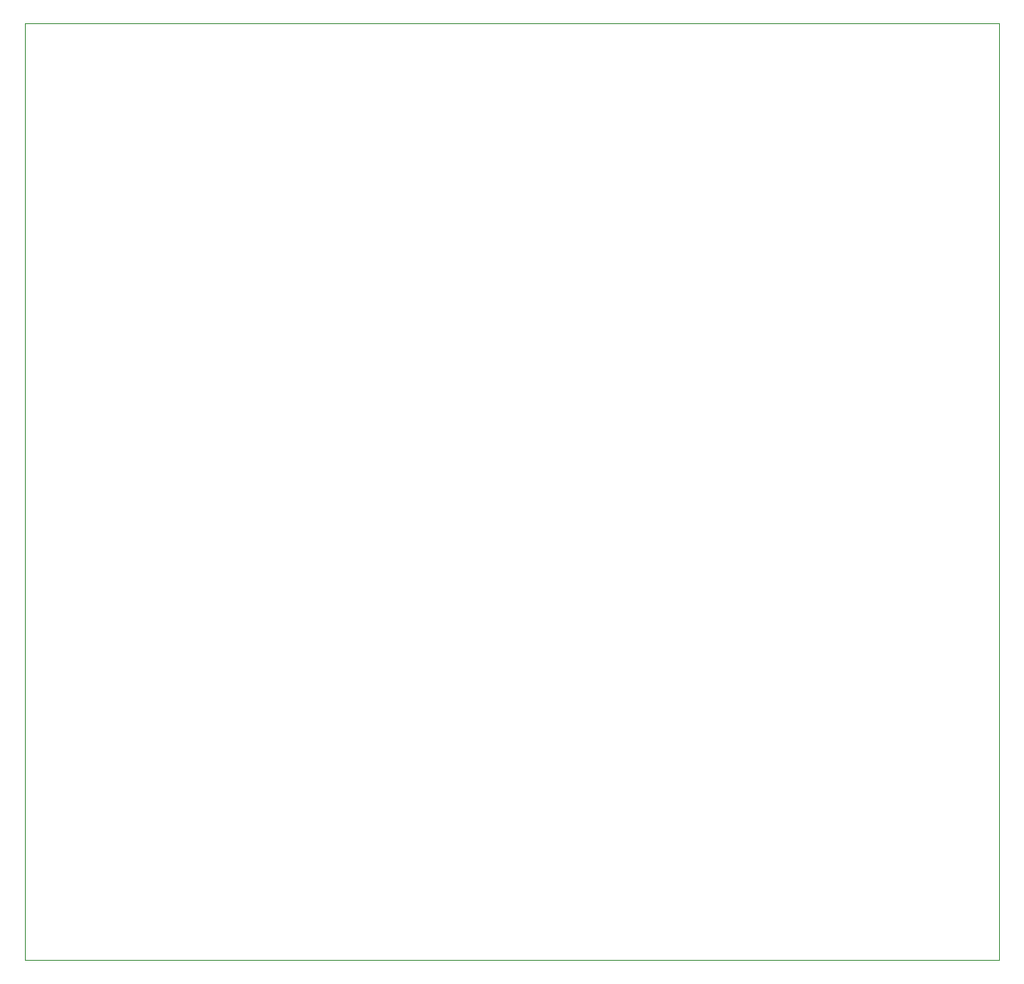
<source format=gbr>
%TF.GenerationSoftware,KiCad,Pcbnew,8.0.0*%
%TF.CreationDate,2024-03-04T22:35:08+02:00*%
%TF.ProjectId,Intercom_SMS_Sender,496e7465-7263-46f6-9d5f-534d535f5365,rev?*%
%TF.SameCoordinates,PX77ecaf0PY7735940*%
%TF.FileFunction,Profile,NP*%
%FSLAX46Y46*%
G04 Gerber Fmt 4.6, Leading zero omitted, Abs format (unit mm)*
G04 Created by KiCad (PCBNEW 8.0.0) date 2024-03-04 22:35:08*
%MOMM*%
%LPD*%
G01*
G04 APERTURE LIST*
%TA.AperFunction,Profile*%
%ADD10C,0.100000*%
%TD*%
G04 APERTURE END LIST*
D10*
X0Y95500000D02*
X99250000Y95500000D01*
X99250000Y0D01*
X0Y0D01*
X0Y95500000D01*
M02*

</source>
